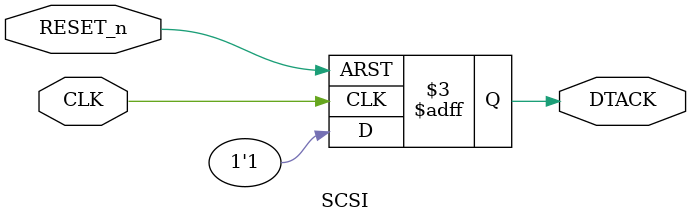
<source format=v>
`timescale 1ns / 1ps

module SCSI(
    input CLK,
    input RESET_n,
    output reg DTACK
    );

always @(posedge CLK or negedge RESET_n) begin
  if (!RESET_n) begin
    DTACK <= 0;
  end else begin
    DTACK <= 1;
  end
end

endmodule

</source>
